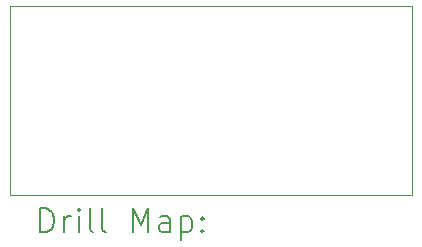
<source format=gbr>
%TF.GenerationSoftware,KiCad,Pcbnew,(6.0.9)*%
%TF.CreationDate,2023-01-06T22:42:55-05:00*%
%TF.ProjectId,Doom Keycap,446f6f6d-204b-4657-9963-61702e6b6963,REV1*%
%TF.SameCoordinates,Original*%
%TF.FileFunction,Drillmap*%
%TF.FilePolarity,Positive*%
%FSLAX45Y45*%
G04 Gerber Fmt 4.5, Leading zero omitted, Abs format (unit mm)*
G04 Created by KiCad (PCBNEW (6.0.9)) date 2023-01-06 22:42:55*
%MOMM*%
%LPD*%
G01*
G04 APERTURE LIST*
%ADD10C,0.050000*%
%ADD11C,0.200000*%
G04 APERTURE END LIST*
D10*
X15559000Y-7900000D02*
X18959000Y-7900000D01*
X18959000Y-7900000D02*
X18959000Y-9500000D01*
X18959000Y-9500000D02*
X15559000Y-9500000D01*
X15559000Y-9500000D02*
X15559000Y-7900000D01*
D11*
X15814119Y-9812976D02*
X15814119Y-9612976D01*
X15861738Y-9612976D01*
X15890309Y-9622500D01*
X15909357Y-9641548D01*
X15918881Y-9660595D01*
X15928405Y-9698690D01*
X15928405Y-9727262D01*
X15918881Y-9765357D01*
X15909357Y-9784405D01*
X15890309Y-9803452D01*
X15861738Y-9812976D01*
X15814119Y-9812976D01*
X16014119Y-9812976D02*
X16014119Y-9679643D01*
X16014119Y-9717738D02*
X16023643Y-9698690D01*
X16033167Y-9689167D01*
X16052214Y-9679643D01*
X16071262Y-9679643D01*
X16137928Y-9812976D02*
X16137928Y-9679643D01*
X16137928Y-9612976D02*
X16128405Y-9622500D01*
X16137928Y-9632024D01*
X16147452Y-9622500D01*
X16137928Y-9612976D01*
X16137928Y-9632024D01*
X16261738Y-9812976D02*
X16242690Y-9803452D01*
X16233167Y-9784405D01*
X16233167Y-9612976D01*
X16366500Y-9812976D02*
X16347452Y-9803452D01*
X16337928Y-9784405D01*
X16337928Y-9612976D01*
X16595071Y-9812976D02*
X16595071Y-9612976D01*
X16661738Y-9755833D01*
X16728405Y-9612976D01*
X16728405Y-9812976D01*
X16909357Y-9812976D02*
X16909357Y-9708214D01*
X16899833Y-9689167D01*
X16880786Y-9679643D01*
X16842690Y-9679643D01*
X16823643Y-9689167D01*
X16909357Y-9803452D02*
X16890310Y-9812976D01*
X16842690Y-9812976D01*
X16823643Y-9803452D01*
X16814119Y-9784405D01*
X16814119Y-9765357D01*
X16823643Y-9746310D01*
X16842690Y-9736786D01*
X16890310Y-9736786D01*
X16909357Y-9727262D01*
X17004595Y-9679643D02*
X17004595Y-9879643D01*
X17004595Y-9689167D02*
X17023643Y-9679643D01*
X17061738Y-9679643D01*
X17080786Y-9689167D01*
X17090310Y-9698690D01*
X17099833Y-9717738D01*
X17099833Y-9774881D01*
X17090310Y-9793929D01*
X17080786Y-9803452D01*
X17061738Y-9812976D01*
X17023643Y-9812976D01*
X17004595Y-9803452D01*
X17185548Y-9793929D02*
X17195071Y-9803452D01*
X17185548Y-9812976D01*
X17176024Y-9803452D01*
X17185548Y-9793929D01*
X17185548Y-9812976D01*
X17185548Y-9689167D02*
X17195071Y-9698690D01*
X17185548Y-9708214D01*
X17176024Y-9698690D01*
X17185548Y-9689167D01*
X17185548Y-9708214D01*
M02*

</source>
